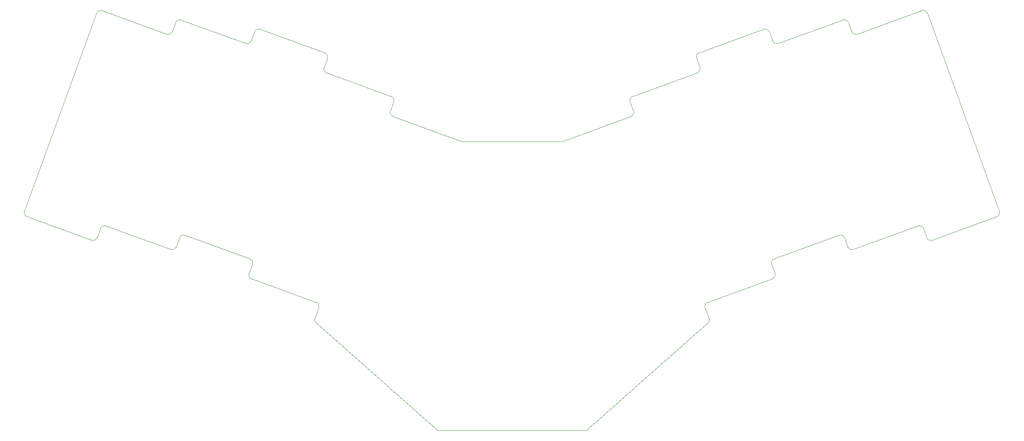
<source format=gbr>
G04 #@! TF.GenerationSoftware,KiCad,Pcbnew,(5.1.4)-1*
G04 #@! TF.CreationDate,2021-02-14T17:08:46-07:00*
G04 #@! TF.ProjectId,ONI-Kyan Shakotan,4f4e492d-4b79-4616-9e20-5368616b6f74,rev?*
G04 #@! TF.SameCoordinates,Original*
G04 #@! TF.FileFunction,Profile,NP*
%FSLAX46Y46*%
G04 Gerber Fmt 4.6, Leading zero omitted, Abs format (unit mm)*
G04 Created by KiCad (PCBNEW (5.1.4)-1) date 2021-02-14 17:08:46*
%MOMM*%
%LPD*%
G04 APERTURE LIST*
%ADD10C,0.050000*%
G04 APERTURE END LIST*
D10*
X125601290Y-139858095D02*
X160148711Y-139858095D01*
X96991290Y-114018096D02*
G75*
G03X97221290Y-114708094I609999J-179999D01*
G01*
X97221289Y-114708095D02*
X125601290Y-139858095D01*
X97967341Y-111338277D02*
X96991289Y-114018095D01*
X188758710Y-114018096D02*
G75*
G02X188528710Y-114708094I-609999J-179999D01*
G01*
X188528711Y-114708095D02*
X160148711Y-139858095D01*
X97369667Y-110056563D02*
G75*
G02X97967339Y-111338275I-342020J-939692D01*
G01*
X97369668Y-110056564D02*
X82334587Y-104584241D01*
X187782660Y-111338276D02*
G75*
G02X188380334Y-110056566I939692J342018D01*
G01*
X187782660Y-111338277D02*
X188758711Y-114018095D01*
X203415413Y-104584242D02*
X188380334Y-110056566D01*
X115238494Y-66809980D02*
G75*
G02X114640819Y-65528263I342021J939696D01*
G01*
X114812692Y-62132238D02*
G75*
G02X115410368Y-63413952I-342019J-939695D01*
G01*
X99777616Y-56659915D02*
G75*
G02X99179941Y-55378206I342017J939692D01*
G01*
X99351811Y-51982185D02*
G75*
G02X99949485Y-53263895I-342018J-939692D01*
G01*
X83035018Y-47107538D02*
G75*
G02X84316729Y-46509861I939694J-342017D01*
G01*
X82265475Y-49221842D02*
G75*
G02X80983759Y-49819516I-939695J342021D01*
G01*
X64666965Y-44944864D02*
G75*
G02X65948680Y-44347193I939693J-342022D01*
G01*
X63897419Y-47059178D02*
G75*
G02X62615705Y-47656844I-939690J342024D01*
G01*
X46298910Y-42782195D02*
G75*
G02X47580626Y-42184523I939694J-342022D01*
G01*
X30137595Y-90108847D02*
G75*
G02X29539925Y-88827133I342022J939692D01*
G01*
X46454393Y-94983497D02*
G75*
G02X45172681Y-95581169I-939692J342020D01*
G01*
X47223937Y-92869187D02*
G75*
G02X48505652Y-92271514I939694J-342021D01*
G01*
X64822445Y-97146164D02*
G75*
G02X63540734Y-97743839I-939693J342018D01*
G01*
X65591992Y-95031856D02*
G75*
G02X66873704Y-94434184I939692J-342020D01*
G01*
X81908786Y-99906506D02*
G75*
G02X82506459Y-101188219I-342020J-939693D01*
G01*
X82334592Y-104584241D02*
G75*
G02X81736913Y-103302530I342016J939695D01*
G01*
X171109181Y-65528259D02*
G75*
G02X170511505Y-66809975I-939696J-342020D01*
G01*
X170339636Y-63413954D02*
G75*
G02X170937305Y-62132241I939691J342022D01*
G01*
X186570058Y-55378206D02*
G75*
G02X185972387Y-56659917I-939691J-342020D01*
G01*
X185800510Y-53263897D02*
G75*
G02X186398186Y-51982181I939696J342020D01*
G01*
X201433268Y-46509861D02*
G75*
G02X202714981Y-47107534I342020J-939693D01*
G01*
X204766244Y-49819514D02*
G75*
G02X203484528Y-49221846I-342024J939692D01*
G01*
X219801325Y-44347193D02*
G75*
G02X221083035Y-44944867I342018J-939692D01*
G01*
X223134292Y-47656844D02*
G75*
G02X221852581Y-47059175I-342021J939690D01*
G01*
X238169377Y-42184525D02*
G75*
G02X239451088Y-42782197I342019J-939692D01*
G01*
X256210076Y-88827129D02*
G75*
G02X255612403Y-90108848I-939696J-342023D01*
G01*
X240577321Y-95581172D02*
G75*
G02X239295607Y-94983498I-342020J939694D01*
G01*
X237244347Y-92271514D02*
G75*
G02X238526062Y-92869187I342021J-939694D01*
G01*
X222209270Y-97743840D02*
G75*
G02X220927554Y-97146168I-342022J939694D01*
G01*
X218876295Y-94434187D02*
G75*
G02X220158008Y-95031858I342021J-939692D01*
G01*
X203243540Y-101188221D02*
G75*
G02X203841215Y-99906508I939694J342019D01*
G01*
X204013093Y-103302530D02*
G75*
G02X203415413Y-104584242I-939696J-342016D01*
G01*
X154536732Y-72624316D02*
X131213269Y-72624316D01*
X203243541Y-101188221D02*
X204013087Y-103302527D01*
X218876296Y-94434185D02*
X203841215Y-99906508D01*
X220927554Y-97146168D02*
X220158008Y-95031858D01*
X237244349Y-92271515D02*
X222209267Y-97743839D01*
X239295607Y-94983498D02*
X238526062Y-92869187D01*
X255612403Y-90108848D02*
X240577321Y-95581169D01*
X239451088Y-42782195D02*
X256210075Y-88827134D01*
X223134294Y-47656847D02*
X238169376Y-42184524D01*
X221083035Y-44944867D02*
X221852581Y-47059175D01*
X204766240Y-49819516D02*
X219801323Y-44347192D01*
X202714981Y-47107534D02*
X203484528Y-49221846D01*
X186398186Y-51982181D02*
X201433268Y-46509863D01*
X186570060Y-55378206D02*
X185800514Y-53263897D01*
X170937305Y-62132241D02*
X185972387Y-56659917D01*
X171109179Y-65528261D02*
X170339634Y-63413954D01*
X154536732Y-72624316D02*
X170511505Y-66809975D01*
X115238495Y-66809977D02*
X131213269Y-72624316D01*
X115410368Y-63413952D02*
X114640819Y-65528263D01*
X99777613Y-56659918D02*
X114812695Y-62132239D01*
X99949485Y-53263895D02*
X99179941Y-55378206D01*
X84316729Y-46509861D02*
X99351814Y-51982184D01*
X82265472Y-49221842D02*
X83035018Y-47107536D01*
X65948680Y-44347193D02*
X80983759Y-49819516D01*
X63897419Y-47059176D02*
X64666965Y-44944869D01*
X47580626Y-42184523D02*
X62615705Y-47656844D01*
X29539925Y-88827133D02*
X46298913Y-42782195D01*
X45172681Y-95581169D02*
X30137598Y-90108847D01*
X47223938Y-92869187D02*
X46454394Y-94983498D01*
X63540734Y-97743839D02*
X48505652Y-92271514D01*
X65591992Y-95031857D02*
X64822447Y-97146164D01*
X81908785Y-99906508D02*
X66873704Y-94434184D01*
X81736913Y-103302530D02*
X82506459Y-101188219D01*
M02*

</source>
